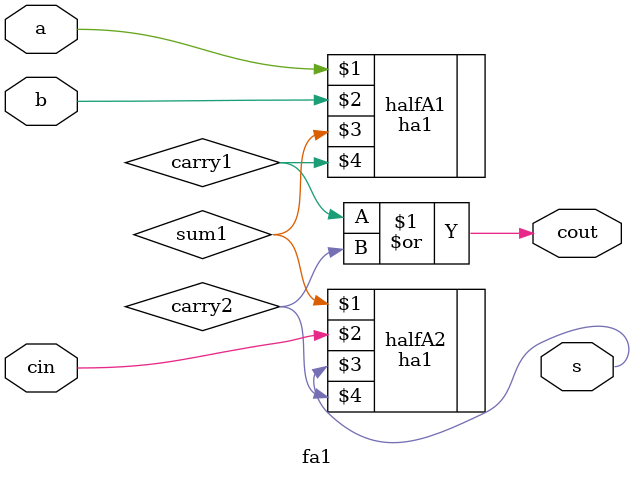
<source format=v>
`include "ha1.v"

module fa1(a,b,cin,s,cout);

input a,b,cin;
output cout,s;

wire sum1,carry1,carry2;

ha1 halfA1(a,b,sum1,carry1);
ha1 halfA2(sum1,cin,s,carry2);
or or1(cout,carry1,carry2);

endmodule
</source>
